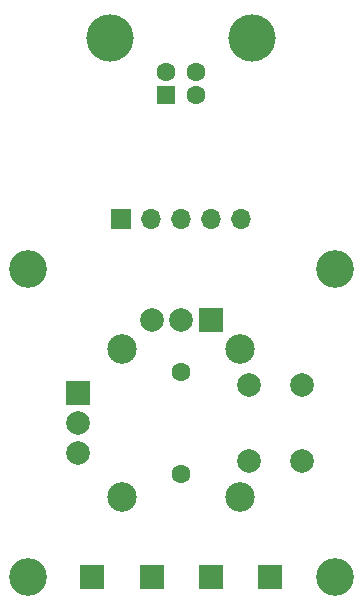
<source format=gbr>
%TF.GenerationSoftware,KiCad,Pcbnew,5.1.9-1.fc33*%
%TF.CreationDate,2021-01-14T18:54:11+01:00*%
%TF.ProjectId,Bottom,426f7474-6f6d-42e6-9b69-6361645f7063,rev?*%
%TF.SameCoordinates,PX4c4b400PY7270e00*%
%TF.FileFunction,Soldermask,Bot*%
%TF.FilePolarity,Negative*%
%FSLAX46Y46*%
G04 Gerber Fmt 4.6, Leading zero omitted, Abs format (unit mm)*
G04 Created by KiCad (PCBNEW 5.1.9-1.fc33) date 2021-01-14 18:54:11*
%MOMM*%
%LPD*%
G01*
G04 APERTURE LIST*
%ADD10R,1.600000X1.600000*%
%ADD11C,1.600000*%
%ADD12C,4.000000*%
%ADD13C,2.000000*%
%ADD14R,2.000000X2.000000*%
%ADD15C,2.500000*%
%ADD16O,1.700000X1.700000*%
%ADD17R,1.700000X1.700000*%
%ADD18C,3.200000*%
G04 APERTURE END LIST*
D10*
%TO.C,J1*%
X18750000Y47750000D03*
D11*
X21250000Y47750000D03*
X21250000Y49750000D03*
X18750000Y49750000D03*
D12*
X26000000Y52610000D03*
X14000000Y52610000D03*
%TD*%
D13*
%TO.C,T1*%
X30250000Y23250000D03*
X25750000Y16750000D03*
X30250000Y16750000D03*
X25750000Y23250000D03*
X20000000Y28730000D03*
D14*
X22500000Y28730000D03*
D13*
X17500000Y28730000D03*
D14*
X11270000Y22500000D03*
D13*
X11270000Y20000000D03*
X11270000Y17500000D03*
D15*
X15000000Y13700000D03*
X25000000Y26300000D03*
X25000000Y13700000D03*
X15000000Y26300000D03*
D11*
X20000000Y15700000D03*
X20000000Y24300000D03*
%TD*%
D14*
%TO.C,GND1*%
X12500000Y7000000D03*
%TD*%
%TO.C,D-1*%
X22500000Y7000000D03*
%TD*%
%TO.C,D+1*%
X27500000Y7000000D03*
%TD*%
%TO.C,VBUS1*%
X17500000Y7000000D03*
%TD*%
D16*
%TO.C,J2*%
X25080000Y37250000D03*
X22540000Y37250000D03*
X20000000Y37250000D03*
X17460000Y37250000D03*
D17*
X14920000Y37250000D03*
%TD*%
D18*
%TO.C,H4*%
X33000000Y7000000D03*
%TD*%
%TO.C,H3*%
X7000000Y7000000D03*
%TD*%
%TO.C,H2*%
X33000000Y33000000D03*
%TD*%
%TO.C,H1*%
X7000000Y33000000D03*
%TD*%
M02*

</source>
